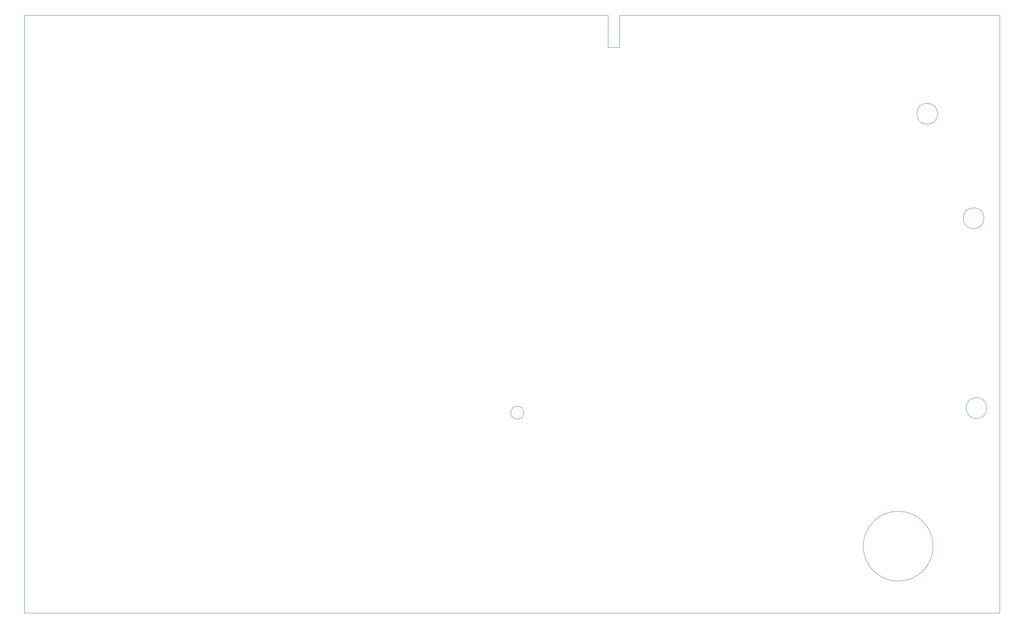
<source format=gbr>
%TF.GenerationSoftware,KiCad,Pcbnew,(5.1.6)-1*%
%TF.CreationDate,2020-12-22T12:14:05+00:00*%
%TF.ProjectId,Issue 4,49737375-6520-4342-9e6b-696361645f70,rev?*%
%TF.SameCoordinates,Original*%
%TF.FileFunction,Profile,NP*%
%FSLAX46Y46*%
G04 Gerber Fmt 4.6, Leading zero omitted, Abs format (unit mm)*
G04 Created by KiCad (PCBNEW (5.1.6)-1) date 2020-12-22 12:14:05*
%MOMM*%
%LPD*%
G01*
G04 APERTURE LIST*
%TA.AperFunction,Profile*%
%ADD10C,0.050000*%
%TD*%
G04 APERTURE END LIST*
D10*
X153670000Y-113665000D02*
G75*
G03*
X153670000Y-113665000I-1419903J0D01*
G01*
X244224525Y-48260000D02*
G75*
G03*
X244224525Y-48260000I-2289525J0D01*
G01*
X254384525Y-71120000D02*
G75*
G03*
X254384525Y-71120000I-2289525J0D01*
G01*
X255019525Y-112645475D02*
G75*
G03*
X255019525Y-112645475I-2289525J0D01*
G01*
X172085000Y-26670000D02*
X44450000Y-26670000D01*
X172085000Y-33655000D02*
X172085000Y-26670000D01*
X174625000Y-33655000D02*
X172085000Y-33655000D01*
X174625000Y-26670000D02*
X174625000Y-33655000D01*
X257810000Y-26670000D02*
X174625000Y-26670000D01*
X243231413Y-142875000D02*
G75*
G03*
X243231413Y-142875000I-7646413J0D01*
G01*
X44450000Y-26670000D02*
X44450000Y-52070000D01*
X257810000Y-157480000D02*
X257810000Y-26670000D01*
X44450000Y-157480000D02*
X257810000Y-157480000D01*
X44450000Y-157480000D02*
X44450000Y-52070000D01*
M02*

</source>
